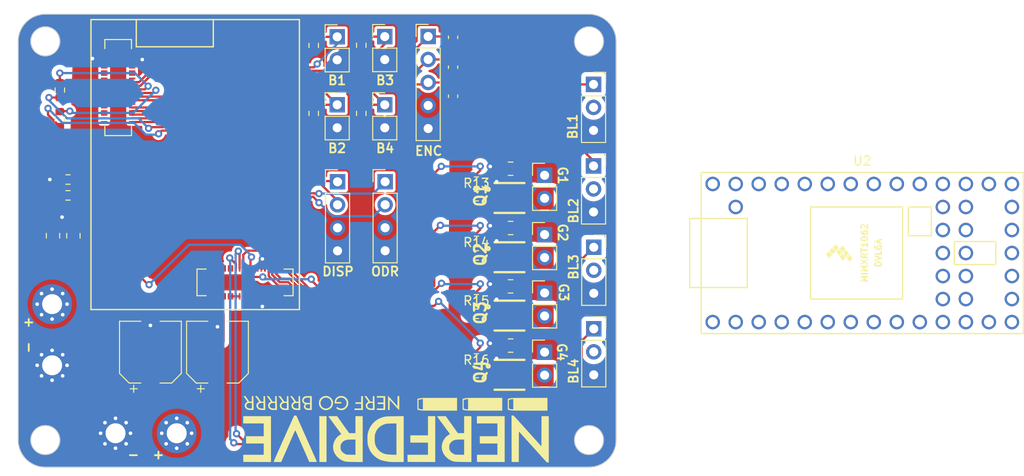
<source format=kicad_pcb>
(kicad_pcb (version 20221018) (generator pcbnew)
  (layers (0 "F.Cu" signal) (31 "B.Cu" signal) (34 "B.Paste" user) (35 "F.Paste" user) (36 "B.SilkS" user "B.Silkscreen") (37 "F.SilkS" user "F.Silkscreen") (38 "B.Mask" user) (39 "F.Mask" user) (44 "Edge.Cuts" user))
  (net 0 "")
  (net 1 "GND")
  (net 6 "Net-(J7-Pad2)")
  (net 7 "Net-(J8-Pad2)")
  (net 8 "Net-(J9-Pad2)")
  (net 9 "Net-(J10-Pad2)")
  (net 10 "Net-(Q1-Pad4)")
  (net 11 "Net-(Q2-Pad4)")
  (net 12 "Net-(Q3-Pad4)")
  (net 13 "Net-(Q4-Pad4)")
  (net 14 "Net-(J7-Pin_2)")
  (net 15 "Net-(J8-Pin_2)")
  (net 16 "Net-(J9-Pin_2)")
  (net 17 "Net-(J10-Pin_2)")
  (net 18 "Net-(Q1-G)")
  (net 19 "Net-(Q2-G)")
  (net 20 "Net-(Q3-G)")
  (net 21 "Net-(Q4-G)")
  (net 22 "+3.3V")
  (net 23 "/PULSE")
  (net 24 "Net-(U1-RX)")
  (net 25 "Net-(U1-TX)")
  (net 30 "/DIR")
  (net 32 "/BTN")
  (net 34 "VCC")
  (net 39 "/RX")
  (net 41 "/TX")
  (net 42 "/SDA")
  (net 43 "/SCL")
  (net 44 "/Button1")
  (net 45 "/Button2")
  (net 47 "/Button3")
  (net 49 "/Button4")
  (net 54 "/Gate1")
  (net 55 "/Gate2")
  (net 56 "/Gate3")
  (net 57 "/Gate4")
  (net 58 "/BLDC 1")
  (net 59 "/BLDC 2")
  (net 60 "/BLDC 3")
  (net 61 "/BLDC 4")
  (net 62 "/Battery_V")
  (net 63 "+5V")
  (footprint ".pretty:nerfdrive" (layer "F.Cu") (at 212.968228 105.969997 180)
    (fp_text reference "G***" hide)
    (fp_text value "LOGO" hide)
  )
  (footprint "Resistor_SMD:R_0603_1608Metric" (layer "F.Cu") (at 175.6 71.575 90)
    (fp_text reference "R12" hide)
    (fp_text value "100")
  )
  (footprint "Connector_PinHeader_2.54mm:PinHeader_1x02_P2.54mm_Vertical" (layer "F.Cu") (at 211.46 70)
    (fp_text reference "J19" hide)
    (fp_text value "Conn_01x02")
  )
  (footprint "Capacitor_SMD:C_0805_2012Metric" (layer "F.Cu") (at 225.35 96.575 180)
    (fp_text reference "C8" hide)
    (fp_text value "10uF")
  )
  (footprint "Capacitor_SMD:C_0805_2012Metric" (layer "F.Cu") (at 225.35 77.06 180)
    (fp_text reference "C5" hide)
    (fp_text value "10uF")
  )
  (footprint "MUB:MUB_v1" (layer "F.Cu") (at 179.04 60.6 -90)
    (fp_text reference "U1" hide)
    (fp_text value "MUBv1")
  )
  (footprint "Resistor_SMD:R_0603_1608Metric" (layer "F.Cu") (at 221.575 85.025 180)
    (fp_text reference "R2" hide)
    (fp_text value "100")
  )
  (footprint "MountingHole:MountingHole_2.2mm_M2_Pad_Via" (layer "F.Cu") (at 174.75 98.75)
    (fp_text reference "J6" hide)
    (fp_text value "Conn_01x01")
  )
  (footprint "Connector_PinHeader_2.54mm:PinHeader_1x02_P2.54mm_Vertical" (layer "F.Cu") (at 229.1 97.3)
    (fp_text reference "J10" hide)
    (fp_text value "Conn_01x02")
  )
  (footprint "Capacitor_SMD:C_0603_1608Metric" (layer "F.Cu") (at 219 65.855 90)
    (fp_text reference "C10" hide)
    (fp_text value "0.1uF")
  )
  (footprint "SamacSys_Parts:POWERDI-3333-8" (layer "F.Cu") (at 225.225 80.285 -90)
    (fp_text reference "Q1")
    (fp_text value "DMG7430LFG-7" hide)
  )
  (footprint "Resistor_SMD:R_0603_1608Metric" (layer "F.Cu") (at 203.62 63.455 90)
    (fp_text reference "R7" hide)
    (fp_text value "10k")
  )
  (footprint "Resistor_SMD:R_0603_1608Metric" (layer "F.Cu") (at 221.575 98 180)
    (fp_text reference "R4" hide)
    (fp_text value "100")
  )
  (footprint "Resistor_SMD:R_0603_1608Metric" (layer "F.Cu") (at 221.575 91.465 180)
    (fp_text reference "R3" hide)
    (fp_text value "100")
  )
  (footprint "Capacitor_SMD:C_0805_2012Metric" (layer "F.Cu") (at 174.85 84.45 90)
    (fp_text reference "C4" hide)
    (fp_text value "10uF")
  )
  (footprint "Connector_PinHeader_2.54mm:PinHeader_1x02_P2.54mm_Vertical" (layer "F.Cu") (at 229.1 90.765)
    (fp_text reference "J9" hide)
    (fp_text value "Conn_01x02")
  )
  (footprint "Connector_PinHeader_2.54mm:PinHeader_1x02_P2.54mm_Vertical" (layer "F.Cu") (at 206.21 62.5)
    (fp_text reference "J16" hide)
    (fp_text value "Conn_01x02")
  )
  (footprint "MountingHole:MountingHole_2.2mm_M2_Pad_Via" (layer "F.Cu") (at 181.75 106.25)
    (fp_text reference "J12" hide)
    (fp_text value "Conn_01x01")
  )
  (footprint "Resistor_SMD:R_0603_1608Metric" (layer "F.Cu") (at 203.62 70.955 90)
    (fp_text reference "R8" hide)
    (fp_text value "10k")
  )
  (footprint "Connector_PinHeader_2.54mm:PinHeader_1x04_P2.54mm_Vertical" (layer "F.Cu") (at 211.5 78.49)
    (fp_text reference "J13" hide)
    (fp_text value "Conn_01x04")
  )
  (footprint "SamacSys_Parts:POWERDI-3333-8" (layer "F.Cu") (at 225.225 93.265 -90)
    (fp_text reference "Q3")
    (fp_text value "DMG7430LFG-7" hide)
  )
  (footprint "Resistor_SMD:R_0603_1608Metric" (layer "F.Cu") (at 208.87 63.43 90)
    (fp_text reference "R9" hide)
    (fp_text value "10k")
  )
  (footprint "Resistor_SMD:R_0603_1608Metric" (layer "F.Cu") (at 176.5 78.25 180)
    (fp_text reference "R6" hide)
    (fp_text value "10k")
  )
  (footprint "Resistor_SMD:R_0603_1608Metric" (layer "F.Cu") (at 221.575 80.085)
    (fp_text reference "R13")
    (fp_text value "2.2k")
  )
  (footprint "Resistor_SMD:R_0603_1608Metric" (layer "F.Cu") (at 221.575 93.065)
    (fp_text reference "R15")
    (fp_text value "2.2k")
  )
  (footprint "Connector_PinHeader_2.54mm:PinHeader_1x02_P2.54mm_Vertical" (layer "F.Cu") (at 229.1 77.785)
    (fp_text reference "J7" hide)
    (fp_text value "Conn_01x02")
  )
  (footprint "Connector_PinHeader_2.54mm:PinHeader_1x02_P2.54mm_Vertical" (layer "F.Cu") (at 211.46 62.475)
    (fp_text reference "J18" hide)
    (fp_text value "Conn_01x02")
  )
  (footprint "Resistor_SMD:R_0603_1608Metric" (layer "F.Cu") (at 221.575 86.625)
    (fp_text reference "R14")
    (fp_text value "2.2k")
  )
  (footprint "Capacitor_SMD:C_0603_1608Metric" (layer "F.Cu") (at 219 69.055 90)
    (fp_text reference "C11" hide)
    (fp_text value "0.1uF")
  )
  (footprint "Capacitor_SMD:C_0805_2012Metric" (layer "F.Cu") (at 225.35 83.6 180)
    (fp_text reference "C6" hide)
    (fp_text value "10uF")
  )
  (footprint "SamacSys_Parts:POWERDI-3333-8" (layer "F.Cu") (at 225.225 99.8 -90)
    (fp_text reference "Q4")
    (fp_text value "DMG7430LFG-7" hide)
  )
  (footprint "Resistor_SMD:R_0603_1608Metric" (layer "F.Cu") (at 221.575 78.485 180)
    (fp_text reference "R1" hide)
    (fp_text value "100")
  )
  (footprint "Connector_PinHeader_2.54mm:PinHeader_1x02_P2.54mm_Vertical" (layer "F.Cu") (at 229.1 84.325)
    (fp_text reference "J8" hide)
    (fp_text value "Conn_01x02")
  )
  (footprint "Connector_PinSocket_2.54mm:PinSocket_1x03_P2.54mm_Vertical" (layer "F.Cu") (at 234.525 85.725)
    (fp_text reference "J3" hide)
    (fp_text value "Conn_01x03")
  )
  (footprint "Resistor_SMD:R_0603_1608Metric" (layer "F.Cu") (at 176.5 80)
    (fp_text reference "R5" hide)
    (fp_text value "90k")
  )
  (footprint "MountingHole:MountingHole_2.2mm_M2_Pad_Via" (layer "F.Cu") (at 188.5 106.25)
    (fp_text reference "J11" hide)
    (fp_text value "Conn_01x01")
  )
  (footprint "Capacitor_SMD:C_0603_1608Metric" (layer "F.Cu") (at 219 62.555 -90)
    (fp_text reference "C9" hide)
    (fp_text value "0.1uF")
  )
  (footprint "Capacitor_SMD:CP_Elec_6.3x5.8" (layer "F.Cu") (at 185.6 97.3 90)
    (fp_text reference "C1" hide)
    (fp_text value "47uF")
  )
  (footprint "Resistor_SMD:R_0603_1608Metric" (layer "F.Cu") (at 175.6 68.375 90)
    (fp_text reference "R11" hide)
    (fp_text value "100")
  )
  (footprint "MountingHole:MountingHole_2.2mm_M2_Pad_Via" (layer "F.Cu") (at 174.75 92)
    (fp_text reference "J5" hide)
    (fp_text value "Conn_01x01")
  )
  (footprint "SamacSys_Parts:POWERDI-3333-8" (layer "F.Cu") (at 225.225 86.825 -90)
    (fp_text reference "Q2")
    (fp_text value "DMG7430LFG-7" hide)
  )
  (footprint "Capacitor_SMD:C_0805_2012Metric" (layer "F.Cu") (at 177.1 84.45 90)
    (fp_text reference "C3" hide)
    (fp_text value "10uF")
  )
  (footprint "Capacitor_SMD:C_0805_2012Metric" (layer "F.Cu") (at 225.35 90.04 180)
    (fp_text reference "C7" hide)
    (fp_text value "10uF")
  )
  (footprint "Connector_PinHeader_2.54mm:PinHeader_1x04_P2.54mm_Vertical" (layer "F.Cu") (at 206.25 78.5)
    (fp_text reference "J14" hide)
    (fp_text value "Conn_01x04")
  )
  (footprint "Connector_PinHeader_2.54mm:PinHeader_1x05_P2.54mm_Vertical" (layer "F.Cu") (at 216.25 62.46)
    (fp_text reference "J15" hide)
    (fp_text value "Conn_01x05")
  )
  (footprint "Capacitor_SMD:CP_Elec_6.3x5.8" (layer "F.Cu") (at 193 97.3 90)
    (fp_text reference "C2" hide)
    (fp_text value "47uF")
  )
  (footprint "Connector_PinHeader_2.54mm:PinHeader_1x02_P2.54mm_Vertical" (layer "F.Cu") (at 206.21 70)
    (fp_text reference "J17" hide)
    (fp_text value "Conn_01x02")
  )
  (footprint "Resistor_SMD:R_0603_1608Metric" (layer "F.Cu") (at 221.575 99.6)
    (fp_text reference "R16")
    (fp_text value "2.2k")
  )
  (footprint "Connector_PinSocket_2.54mm:PinSocket_1x03_P2.54mm_Vertical" (layer "F.Cu") (at 234.5 67.75)
    (fp_text reference "J1" hide)
    (fp_text value "Conn_01x03")
  )
  (footprint "Connector_PinSocket_2.54mm:PinSocket_1x03_P2.54mm_Vertical" (layer "F.Cu") (at 234.525 94.725)
    (fp_text reference "J4" hide)
    (fp_text value "Conn_01x03")
  )
  (footprint "Connector_PinSocket_2.54mm:PinSocket_1x03_P2.54mm_Vertical" (layer "F.Cu") (at 234.5 76.75)
    (fp_text reference "J2" hide)
    (fp_text value "Conn_01x03")
  )
  (footprint "teensy.pretty-master:Teensy40" (layer "F.Cu") (at 264.16 86.36)
    (fp_text reference "U2")
    (fp_text value "Teensy4.0")
  )
  (footprint "Resistor_SMD:R_0603_1608Metric" (layer "F.Cu") (at 208.87 70.955 90)
    (fp_text reference "R10" hide)
    (fp_text value "10k")
  )
  (gr_arc (start 234 60) (mid 236.12132 60.87868) (end 237 63) (stroke (width 0.1)) (layer "Edge.Cuts"))
  (gr_line (start 234 110) (end 174 110) (stroke (width 0.1)) (layer "Edge.Cuts"))
  (gr_line (start 171 107) (end 171 63) (stroke (width 0.1)) (layer "Edge.Cuts"))
  (gr_arc (start 237 107) (mid 236.12132 109.12132) (end 234 110) (stroke (width 0.1)) (layer "Edge.Cuts"))
  (gr_line (start 237 63) (end 237 107) (stroke (width 0.1)) (layer "Edge.Cuts"))
  (gr_arc (start 174 110) (mid 171.87868 109.12132) (end 171 107) (stroke (width 0.1)) (layer "Edge.Cuts"))
  (gr_arc (start 171 63) (mid 171.87868 60.87868) (end 174 60) (stroke (width 0.1)) (layer "Edge.Cuts"))
  (gr_line (start 174 60) (end 234 60) (stroke (width 0.1)) (layer "Edge.Cuts"))
  (gr_circle (center 234 63) (end 235.6 63) (stroke (width 0.1)) (fill none) (layer "Edge.Cuts"))
  (gr_circle (center 174 63) (end 175.6 63) (stroke (width 0.1)) (fill none) (layer "Edge.Cuts"))
  (gr_circle (center 234 107) (end 235.6 107) (stroke (width 0.1)) (fill none) (layer "Edge.Cuts"))
  (gr_circle (center 174 107) (end 175.6 107) (stroke (width 0.1)) (fill none) (layer "Edge.Cuts"))
  (gr_text "B1" (at 206.2 67.3) (layer "F.SilkS") (effects (font (size 1 1) (thickness 0.2))))
  (gr_text "B3" (at 211.5 67.3) (layer "F.SilkS") (effects (font (size 1 1) (thickness 0.2))))
  (gr_text "ODR" (at 211.5 88.4) (layer "F.SilkS") (effects (font (size 1 1) (thickness 0.2))))
  (gr_text "-  +" (at 185.1 108.6) (layer "F.SilkS") (effects (font (size 1 1) (thickness 0.2))))
  (gr_text "BL2" (at 232.3 81.7 90) (layer "F.SilkS") (effects (font (size 1 1) (thickness 0.2))))
  (gr_text "-  +" (at 172.1 95.4 90) (layer "F.SilkS") (effects (font (size 1 1) (thickness 0.2))))
  (gr_text "BL3" (at 232.3 87.9 90) (layer "F.SilkS") (effects (font (size 1 1) (thickness 0.2))))
  (gr_text "BL1" (at 232.2 72.4 90) (layer "F.SilkS") (effects (font (size 1 1) (thickness 0.2))))
  (gr_text "BL4" (at 232.3 99.4 90) (layer "F.SilkS") (effects (font (size 1 1) (thickness 0.2))))
  (gr_text "G1" (at 231.1 77.8 270) (layer "F.SilkS") (effects (font (size 1 1) (thickness 0.2))))
  (gr_text "B4" (at 211.5 74.8) (layer "F.SilkS") (effects (font (size 1 1) (thickness 0.2))))
  (gr_text "DISP" (at 206.3 88.4) (layer "F.SilkS") (effects (font (size 1 1) (thickness 0.2))))
  (gr_text "G3\n" (at 231.2 90.7 270) (layer "F.SilkS") (effects (font (size 1 1) (thickness 0.2))))
  (gr_text "G4" (at 231 97.3 270) (layer "F.SilkS") (effects (font (size 1 1) (thickness 0.2))))
  (gr_text "B2" (at 206.2 74.8) (layer "F.SilkS") (effects (font (size 1 1) (thickness 0.2))))
  (gr_text "G2" (at 231.1 84.1 270) (layer "F.SilkS") (effects (font (size 1 1) (thickness 0.2))))
  (gr_text "ENC" (at 216.3 75.1) (layer "F.SilkS") (effects (font (size 1 1) (thickness 0.2))))
  (segment (start 223.35 83.6) (end 223.1 83.35) (width 0.25) (layer "F.Cu") (net 1))
  (segment (start 183.58 65.1) (end 184.615 65.1) (width 0.25) (layer "F.Cu") (net 1))
  (segment (start 223.725 85.1) (end 223.8 85.025) (width 0.25) (layer "F.Cu") (net 1))
  (segment (start 223.35 96.575) (end 223.1 96.325) (width 0.25) (layer "F.Cu") (net 1))
  (segment (start 177.1 83.5) (end 176 83.5) (width 0.25) (layer "F.Cu") (net 1))
  (segment (start 223.35 90.04) (end 223.1 89.79) (width 0.25) (layer "F.Cu") (net 1))
  (segment (start 224.4 90.04) (end 223.35 90.04) (width 0.25) (layer "F.Cu") (net 1))
  (segment (start 223.6 99.6) (end 223.725 99.475) (width 0.25) (layer "F.Cu") (net 1))
  (segment (start 222.4 80.085) (end 223.6 80.085) (width 0.25) (layer "F.Cu") (net 1))
  (segment (start 223.725 78.56) (end 223.8 78.485) (width 0.25) (layer "F.Cu") (net 1))
  (segment (start 224.4 96.575) (end 223.35 96.575) (width 0.25) (layer "F.Cu") (net 1))
  (segment (start 223.6 86.625) (end 223.725 86.5) (width 0.25) (layer "F.Cu") (net 1))
  (segment (start 223.725 92.29) (end 223.725 93.59) (width 0.25) (layer "F.Cu") (net 1))
  (segment (start 198 88.06) (end 198.24 88.06) (width 0.25) (layer "F.Cu") (net 1))
  (segment (start 223.725 85.85) (end 223.725 85.1) (width 0.25) (layer "F.Cu") (net 1))
  (segment (start 176 83.5) (end 175.85 83.35) (width 0.25) (layer "F.Cu") (net 1))
  (segment (start 180.5 65.31) (end 180.5 65.5) (width 0.25) (layer "F.Cu") (net 1))
  (segment (start 224.4 77.06) (end 223.35 77.06) (width 0.25) (layer "F.Cu") (net 1))
  (segment (start 179.2 64.9) (end 179.61 65.31) (width 0.25) (layer "F.Cu") (net 1))
  (segment (start 223.725 91.54) (end 223.8 91.465) (width 0.25) (layer "F.Cu") (net 1))
  (segment (start 179.61 65.31) (end 180.5 65.31) (width 0.25) (layer "F.Cu") (net 1))
  (segment (start 223.725 98.825) (end 223.725 100.125) (width 0.25) (layer "F.Cu") (net 1))
  (segment (start 198.075 91.14) (end 197.9525 91.2625) (width 0.25) (layer "F.Cu") (net 1))
  (segment (start 197.9525 91.2625) (end 197.9525 92.2625) (width 0.25) (layer "F.Cu") (net 1))
  (segment (start 184.615 65.1) (end 184.7025 65.0125) (width 0.25) (layer "F.Cu") (net 1))
  (segment (start 223.725 98.825) (end 223.725 98.075) (width 0.25) (layer "F.Cu") (net 1))
  (segment (start 180.5 65.1) (end 180.5 65.31) (width 0.25) (layer "F.Cu") (net 1))
  (segment (start 223.725 85.85) (end 223.725 87.15) (width 0.25) (layer "F.Cu") (net 1))
  (segment (start 222.4 99.6) (end 223.6 99.6) (width 0.25) (layer "F.Cu") (net 1))
  (segment (start 223.725 79.31) (end 223.725 78.56) (width 0.25) (layer "F.Cu") (net 1))
  (segment (start 223.35 77.06) (end 223.1 76.81) (width 0.25) (layer "F.Cu") (net 1))
  (segment (start 197.84 88.06) (end 198 88.06) (width 0.25) (layer "F.Cu") (net 1))
  (segment (start 223.725 98.075) (end 223.8 98) (width 0.25) (layer "F.Cu") (net 1))
  (segment (start 223.725 92.29) (end 223.725 91.54) (width 0.25) (layer "F.Cu") (net 1))
  (segment (start 223.6 93.065) (end 223.725 92.94) (width 0.25) (layer "F.Cu") (net 1))
  (segment (start 223.725 79.31) (end 223.725 80.61) (width 0.25) (layer "F.Cu") (net 1))
  (segment (start 175.85 83.35) (end 175.85 82.4) (width 0.25) (layer "F.Cu") (net 1))
  (segment (start 222.4 93.065) (end 223.6 93.065) (width 0.25) (layer "F.Cu") (net 1))
  (segment (start 175.675 78.25) (end 174.5 78.25) (width 0.25) (layer "F.Cu") (net 1))
  (segment (start 198 88.06) (end 197.9525 88.0125) (width 0.25) (layer "F.Cu") (net 1))
  (segment (start 197.84 91.14) (end 198.075 91.14) (width 0.25) (layer "F.Cu") (net 1))
  (segment (start 176 83.5) (end 174.85 83.5) (width 0.25) (layer "F.Cu") (net 1))
  (segment (start 197.9525 88.0125) (end 197.9525 87.0125) (width 0.25) (layer "F.Cu") (net 1))
  (segment (start 224.4 83.6) (end 223.35 83.6) (width 0.25) (layer "F.Cu") (net 1))
  (segment (start 222.4 86.625) (end 223.6 86.625) (width 0.25) (layer "F.Cu") (net 1))
  (segment (start 198.075 91.14) (end 198.24 91.14) (width 0.25) (layer "F.Cu") (net 1))
  (segment (start 223.6 80.085) (end 223.725 79.96) (width 0.25) (layer "F.Cu") (net 1))
  (via (at 193 94.5) (size 0.8) (drill 0.4) (layers "F.Cu" "B.Cu") (net 1))
  (via (at 179.2 64.9) (size 0.8) (drill 0.4) (layers "F.Cu" "B.Cu") (net 1))
  (via (at 223.8 98) (size 0.8) (drill 0.4) (layers "F.Cu" "B.Cu") (net 1))
  (via (at 184.7025 65.0125) (size 0.8) (drill 0.4) (layers "F.Cu" "B.Cu") (net 1))
  (via (at 223.8 85.025) (size 0.8) (drill 0.4) (layers "F.Cu" "B.Cu") (net 1))
  (via (at 175.85 82.4) (size 0.8) (drill 0.4) (layers "F.Cu" "B.Cu") (net 1))
  (via (at 223.1 76.81) (size 0.8) (drill 0.4) (layers "F.Cu" "B.Cu") (net 1))
  (via (at 223.1 89.79) (size 0.8) (drill 0.4) (layers "F.Cu" "B.Cu") (net 1))
  (via (at 223.1 83.35) (size 0.8) (drill 0.4) (layers "F.Cu" "B.Cu") (net 1))
  (via (at 197.9525 87.0125) (size 0.8) (drill 0.4) (layers "F.Cu" "B.Cu") (net 1))
  (via (at 223.1 96.325) (size 0.8) (drill 0.4) (layers "F.Cu" "B.Cu") (net 1))
  (via (at 223.8 91.465) (size 0.8) (drill 0.4) (layers "F.Cu" "B.Cu") (net 1))
  (via (at 223.8 78.485) (size 0.8) (drill 0.4) (layers "F.Cu" "B.Cu") (net 1))
  (via (at 197.9525 92.2625) (size 0.8) (drill 0.4) (layers "F.Cu" "B.Cu") (net 1))
  (via (at 174.5 78.25) (size 0.8) (drill 0.4) (layers "F.Cu" "B.Cu") (net 1))
  (via (at 185.6 94.35) (size 0.8) (drill 0.4) (layers "F.Cu" "B.Cu") (net 1))
  (segment (start 228.525 80.635) (end 226.725 80.635) (width 0.25) (layer "F.Cu") (net 6))
  (segment (start 226.725 79.31) (end 226.725 80.635) (width 0.5) (layer "F.Cu") (net 6))
  (segment (start 229.1 80.325) (end 228.835 80.325) (width 0.25) (layer "F.Cu") (net 6))
  (segment (start 228.835 80.325) (end 228.525 80.635) (width 0.25) (layer "F.Cu") (net 6))
  (segment (start 226.725 81.285) (end 226.725 80.635) (width 0.5) (layer "F.Cu") (net 6))
  (segment (start 228.835 86.865) (end 228.525 87.175) (width 0.25) (layer "F.Cu") (net 7))
  (segment (start 226.725 85.85) (end 226.725 87.175) (width 0.5) (layer "F.Cu") (net 7))
  (segment (start 229.1 86.865) (end 228.835 86.865) (width 0.25) (layer "F.Cu") (net 7))
  (segment (start 228.525 87.175) (end 226.725 87.175) (width 0.25) (layer "F.Cu") (net 7))
  (segment (start 226.725 87.825) (end 226.725 87.175) (width 0.5) (layer "F.Cu") (net 7))
  (segment (start 226.725 94.265) (end 226.725 93.615) (width 0.5) (layer "F.Cu") (net 8))
  (segment (start 228.835 93.305) (end 228.525 93.615) (width 0.25) (layer "F.Cu") (net 8))
  (segment (start 228.525 93.615) (end 226.725 93.615) (width 0.25) (layer "F.Cu") (net 8))
  (segment (start 226.725 92.29) (end 226.725 93.615) (width 0.5) (layer "F.Cu") (net 8))
  (segment (start 229.1 93.305) (end 228.835 93.305) (width 0.25) (layer "F.Cu") (net 8))
  (segment (start 228.525 100.15) (end 226.725 100.15) (width 0.25) (layer "F.Cu") (net 9))
  (segment (start 229.1 99.84) (end 228.835 99.84) (width 0.25) (layer "F.Cu") (net 9))
  (segment (start 228.835 99.84) (end 228.525 100.15) (width 0.25) (layer "F.Cu") (net 9))
  (segment (start 226.725 100.8) (end 226.725 100.15) (width 0.5) (layer "F.Cu") (net 9))
  (segment (start 226.725 98.825) (end 226.725 100.15) (width 0.5) (layer "F.Cu") (net 9))
  (segment (start 222.4 78.485) (end 222.35 78.485) (width 0.25) (layer "F.Cu") (net 10))
  (segment (start 220.75 80.085) (end 221.925 81.26) (width 0.25) (layer "F.Cu") (net 10))
  (segment (start 221.925 81.26) (end 223.725 81.26) (width 0.25) (layer "F.Cu") (net 10))
  (segment (start 222.35 78.485) (end 220.75 80.085) (width 0.25) (layer "F.Cu") (net 10))
  (segment (start 220.75 86.625) (end 221.925 87.8) (width 0.25) (layer "F.Cu") (net 11))
  (segment (start 221.925 87.8) (end 223.725 87.8) (width 0.25) (layer "F.Cu") (net 11))
  (segment (start 222.35 85.025) (end 220.75 86.625) (width 0.25) (layer "F.Cu") (net 11))
  (segment (start 222.4 85.025) (end 222.35 85.025) (width 0.25) (layer "F.Cu") (net 11))
  (segment (start 220.75 93.065) (end 221.925 94.24) (width 0.25) (layer "F.Cu") (net 12))
  (segment (start 221.925 94.24) (end 223.725 94.24) (width 0.25) (layer "F.Cu") (net 12))
  (segment (start 222.4 91.465) (end 222.35 91.465) (width 0.25) (layer "F.Cu") (net 12))
  (segment (start 222.35 91.465) (end 220.75 93.065) (width 0.25) (layer "F.Cu") (net 12))
  (segment (start 222.35 98) (end 220.75 99.6) (width 0.25) (layer "F.Cu") (net 13))
  (segment (start 220.75 99.6) (end 221.925 100.775) (width 0.25) (layer "F.Cu") (net 13))
  (segment (start 222.4 98) (end 222.35 98) (width 0.25) (layer "F.Cu") (net 13))
  (segment (start 221.925 100.775) (end 223.725 100.775) (width 0.25) (layer "F.Cu") (net 13))
  (segment (start 208.87 71.78) (end 208.34 71.25) (width 0.25) (layer "F.Cu") (net 22))
  (segment (start 205 63.75) (end 207.75 63.75) (width 0.25) (layer "F.Cu") (net 22))
  (segment (start 219.95 66.63) (end 220 66.58) (width 0.25) (layer "F.Cu") (net 22))
  (segment (start 204.47 64.28) (end 205 63.75) (width 0.25) (layer "F.Cu") (net 22))
  (segment (start 220 66.58) (end 220 68.83) (width 0.25) (layer "F.Cu") (net 22))
  (segment (start 207.75 63.75) (end 208.365 63.75) (width 0.25) (layer "F.Cu") (net 22))
  (segment (start 218.75 70.08) (end 219 69.83) (width 0.25) (layer "F.Cu") (net 22))
  (segment (start 207.75 63.75) (end 207.75 61.75) (width 0.25) (layer "F.Cu") (net 22))
  (segment (start 220 62.78) (end 220 66.58) (width 0.25) (layer "F.Cu") (net 22))
  (segment (start 216.25 70.08) (end 218.75 70.08) (width 0.25) (layer "F.Cu") (net 22))
  (segment (start 207.75 61.75) (end 208.75 60.75) (width 0.25) (layer "F.Cu") (net 22))
  (segment (start 208.75 60.75) (end 217.97 60.75) (width 0.25) (layer "F.Cu") (net 22))
  (segment (start 208.34 71.25) (end 204.15 71.25) (width 0.25) (layer "F.Cu") (net 22))
  (segment (start 208.365 63.75) (end 208.87 64.255) (width 0.25) (layer "F.Cu") (net 22))
  (segment (start 197.44 91.14) (end 196.24 91.14) (width 0.25) (layer "F.Cu") (net 22))
  (segment (start 204.15 71.25) (end 203.62 71.78) (width 0.25) (layer "F.Cu") (net 22))
  (segment (start 219 61.78) (end 220 62.78) (width 0.25) (layer "F.Cu") (net 22))
  (segment (start 220 68.83) (end 219 69.83) (width 0.25) (layer "F.Cu") (net 22))
  (segment (start 203.62 64.28) (end 204.47 64.28) (width 0.25) (layer "F.Cu") (net 22))
  (segment (start 219 66.63) (end 219.95 66.63) (width 0.25) (layer "F.Cu") (net 22))
  (segment (start 217.97 60.75) (end 219 61.78) (width 0.25) (layer "F.Cu") (net 22))
  (segment (start 193.112598 66.75) (end 211.96 66.75) (width 0.25) (layer "F.Cu") (net 23))
  (segment (start 190.762598 69.1) (end 193.112598 66.75) (width 0.25) (layer "F.Cu") (net 23))
  (segment (start 216.25 62.46) (end 218.13 62.46) (width 0.25) (layer "F.Cu") (net 23))
  (segment (start 218.13 62.46) (end 219 63.33) (width 0.25) (layer "F.Cu") (net 23))
  (segment (start 211.96 66.75) (end 216.25 62.46) (width 0.25) (layer "F.Cu") (net 23))
  (segment (start 183.58 69.1) (end 190.762598 69.1) (width 0.25) (layer "F.Cu") (net 23))
  (segment (start 183.58 68.3) (end 184.983178 68.3) (width 0.25) (layer "F.Cu") (net 24))
  (segment (start 184.983178 68.3) (end 185.341589 67.941589) (width 0.25) (layer "F.Cu") (net 24))
  (segment (start 175.6 66.5) (end 175.6 67.55) (width 0.25) (layer "F.Cu") (net 24))
  (via (at 175.6 66.5) (size 0.8) (drill 0.4) (layers "F.Cu" "B.Cu") (net 24))
  (via (at 185.341589 67.941589) (size 0.8) (drill 0.4) (layers "F.Cu" "B.Cu") (net 24))
  (segment (start 185.341589 67.941589) (end 183.9 66.5) (width 0.25) (layer "B.Cu") (net 24))
  (segment (start 183.9 66.5) (end 175.6 66.5) (width 0.25) (layer "B.Cu") (net 24))
  (segment (start 176.7 70.7) (end 175.65 70.7) (width 0.25) (layer "F.Cu") (net 25))
  (segment (start 183.58 68.7) (end 185.9 68.7) (width 0.25) (layer "F.Cu") (net 25))
  (segment (start 185.9 68.7) (end 186.2 68.4) (width 0.25) (layer "F.Cu") (net 25))
  (segment (start 175.65 70.7) (end 175.6 70.75) (width 0.25) (layer "F.Cu") (net 25))
  (via (at 186.2 68.4) (size 0.8) (drill 0.4) (layers "F.Cu" "B.Cu") (net 25))
  (via (at 176.7 70.7) (size 0.8) (drill 0.4) (layers "F.Cu" "B.Cu") (net 25))
  (segment (start 183.7 70.9) (end 176.9 70.9) (width 0.25) (layer "B.Cu") (net 25))
  (segment (start 186.2 68.4) (end 183.7 70.9) (width 0.25) (layer "B.Cu") (net 25))
  (segment (start 176.9 70.9) (end 176.7 70.7) (width 0.25) (layer "B.Cu") (net 25))
  (segment (start 193.15 67.25) (end 214 67.25) (width 0.25) (layer "F.Cu") (net 30))
  (segment (start 218.92 65) (end 216.25 65) (width 0.25) (layer "F.Cu") (net 30))
  (segment (start 214 67.25) (end 216.25 65) (width 0.25) (layer "F.Cu") (net 30))
  (segment (start 183.58 69.5) (end 190.9 69.5) (width 0.25) (layer "F.Cu") (net 30))
  (segment (start 219 65.08) (end 218.92 65) (width 0.25) (layer "F.Cu") (net 30))
  (segment (start 190.9 69.5) (end 193.15 67.25) (width 0.25) (layer "F.Cu") (net 30))
  (segment (start 193.187402 67.75) (end 216.04 67.75) (width 0.25) (layer "F.Cu") (net 32))
  (segment (start 216.04 67.75) (end 216.25 67.54) (width 0.25) (layer "F.Cu") (net 32))
  (segment (start 190.637402 70.3) (end 193.187402 67.75) (width 0.25) (layer "F.Cu") (net 32))
  (segment (start 218.26 67.54) (end 219 68.28) (width 0.25) (layer "F.Cu") (net 32))
  (segment (start 216.25 67.54) (end 218.26 67.54) (width 0.25) (layer "F.Cu") (net 32))
  (segment (start 183.58 70.3) (end 190.637402 70.3) (width 0.25) (layer "F.Cu") (net 32))
  (segment (start 173.5 82.175) (end 173.5 84.25) (width 0.25) (layer "F.Cu") (net 34))
  (segment (start 189.25 92.5) (end 189.25 96.25) (width 0.5) (layer "F.Cu") (net 34))
  (segment (start 193.44 91.14) (end 192.24 91.14) (width 0.25) (layer "F.Cu") (net 34))
  (segment (start 190.61 91.14) (end 189.25 92.5) (width 0.5) (layer "F.Cu") (net 34))
  (segment (start 227.025 90.765) (end 229.1 90.765) (width 1) (layer "F.Cu") (net 34))
  (segment (start 227.025 84.325) (end 229.1 84.325) (width 1) (layer "F.Cu") (net 34))
  (segment (start 226.3 90.04) (end 227.025 90.765) (width 1) (layer "F.Cu") (net 34))
  (segment (start 227.025 77.785) (end 229.1 77.785) (width 1) (layer "F.Cu") (net 34))
  (segment (start 192.24 91.14) (end 190.61 91.14) (width 0.5) (layer "F.Cu") (net 34))
  (segment (start 173.5 84.25) (end 174.65 85.4) (width 0.25) (layer "F.Cu") (net 34))
  (segment (start 226.3 77.06) (end 227.025 77.785) (width 1) (layer "F.Cu") (net 34))
  (segment (start 189.25 96.25) (end 193 100) (width 0.5) (layer "F.Cu") (net 34))
  (segment (start 175.675 80) (end 173.5 82.175) (width 0.25) (layer "F.Cu") (net 34))
  (segment (start 174.75 85.5) (end 174.75 90.25) (width 0.25) (layer "F.Cu") (net 34))
  (segment (start 226.3 83.6) (end 227.025 84.325) (width 1) (layer "F.Cu") (net 34))
  (segment (start 174.85 85.4) (end 174.75 85.5) (width 0.25) (layer "F.Cu") (net 34))
  (segment (start 226.3 96.575) (end 227.025 97.3) (width 1) (layer "F.Cu") (net 34))
  (segment (start 174.65 85.4) (end 174.85 85.4) (width 0.25) (layer "F.Cu") (net 34))
  (segment (start 227.025 97.3) (end 229.1 97.3) (width 1) (layer "F.Cu") (net 34))
  (segment (start 189.407401 72.47) (end 196.707401 79.77) (width 0.25) (layer "F.Cu") (net 39))
  (segment (start 175.6 69.2) (end 174.4 69.2) (width 0.25) (layer "F.Cu") (net 39))
  (segment (start 203.737401 79.8) (end 204.2 79.8) (width 0.25) (layer "F.Cu") (net 39))
  (segment (start 185.4 72.6) (end 185.53 72.47) (width 0.25) (layer "F.Cu") (net 39))
  (segment (start 196.707401 79.77) (end 203.707401 79.77) (width 0.25) (layer "F.Cu") (net 39))
  (segment (start 185.53 72.47) (end 189.407401 72.47) (width 0.25) (layer "F.Cu") (net 39))
  (segment (start 203.707401 79.77) (end 203.737401 79.8) (width 0.25) (layer "F.Cu") (net 39))
  (via (at 204.2 79.8) (size 0.8) (drill 0.4) (layers "F.Cu" "B.Cu") (net 39))
  (via (at 185.4 72.6) (size 0.8) (drill 0.4) (layers "F.Cu" "B.Cu") (net 39))
  (via (at 174.4 69.2) (size 0.8) (drill 0.4) (layers "F.Cu" "B.Cu") (net 39))
  (segment (start 185.4 72.6) (end 184.3 71.5) (width 0.25) (layer "B.Cu") (net 39))
  (segment (start 210.19 79.8) (end 204.2 79.8) (width 0.25) (layer "B.Cu") (net 39))
  (segment (start 174.4 69.5) (end 174.4 69.2) (width 0.25) (layer "B.Cu") (net 39))
  (segment (start 184.3 71.5) (end 176.4 71.5) (width 0.25) (layer "B.Cu") (net 39))
  (segment (start 176.4 71.5) (end 174.4 69.5) (width 0.25) (layer "B.Cu") (net 39))
  (segment (start 211.5 78.49) (end 210.19 79.8) (width 0.25) (layer "B.Cu") (net 39))
  (segment (start 175.6 72.4) (end 174.3 71.1) (width 0.25) (layer "F.Cu") (net 41))
  (segment (start 203.55 80.15) (end 204.2 80.8) (width 0.25) (layer "F.Cu") (net 41))
  (segment (start 196.55 80.15) (end 203.55 80.15) (width 0.25) (layer "F.Cu") (net 41))
  (segment (start 189.25 72.85) (end 196.55 80.15) (width 0.25) (layer "F.Cu") (net 41))
  (segment (start 174.3 71.1) (end 174.3 70.4) (width 0.25) (layer "F.Cu") (net 41))
  (segment (start 186.5 73.2) (end 186.85 72.85) (width 0.25) (layer "F.Cu") (net 41))
  (segment (start 186.85 72.85) (end 189.25 72.85) (width 0.25) (layer "F.Cu") (net 41))
  (via (at 186.5 73.2) (size 0.8) (drill 0.4) (layers "F.Cu" "B.Cu") (net 41))
  (via (at 204.2 80.8) (size 0.8) (drill 0.4) (layers "F.Cu" "B.Cu") (net 41))
  (via (at 174.3 70.4) (size 0.8) (drill 0.4) (layers "F.Cu" "B.Cu") (net 41))
  (segment (start 183.8 72) (end 185.1 73.3) (width 0.25) (layer "B.Cu") (net 41))
  (segment (start 185.1 73.3) (end 186.4 73.3) (width 0.25) (layer "B.Cu") (net 41))
  (segment (start 211.5 81.03) (end 210.23 82.3) (width 0.25) (layer "B.Cu") (net 41))
  (segment (start 186.4 73.3) (end 186.5 73.2) (width 0.25) (layer "B.Cu") (net 41))
  (segment (start 175.9 72) (end 183.8 72) (width 0.25) (layer "B.Cu") (net 41))
  (segment (start 205.8 82.3) (end 205.7 82.3) (width 0.25) (layer "B.Cu") (net 41))
  (segment (start 174.3 70.4) (end 175.9 72) (width 0.25) (layer "B.Cu") (net 41))
  (segment (start 210.23 82.3) (end 205.8 82.3) (width 0.25) (layer "B.Cu") (net 41))
  (segment (start 205.7 82.3) (end 204.2 80.8) (width 0.25) (layer "B.Cu") (net 41))
  (segment (start 196.912428 78.42) (end 189.992428 71.5) (width 0.25) (layer "F.Cu") (net 42))
  (segment (start 206.17 78.42) (end 196.912428 78.42) (width 0.25) (layer "F.Cu") (net 42))
  (segment (start 206.25 78.5) (end 206.17 78.42) (width 0.25) (layer "F.Cu") (net 42))
  (segment (start 189.992428 71.5) (end 183.58 71.5) (width 0.25) (layer "F.Cu") (net 42))
  (segment (start 206.25 81.04) (end 206.25 80.6) (width 0.25) (layer "F.Cu") (net 43))
  (segment (start 204.45 78.8) (end 196.755026 78.8) (width 0.25) (layer "F.Cu") (net 43))
  (segment (start 206.25 80.6) (end 204.45 78.8) (width 0.25) (layer "F.Cu") (net 43))
  (segment (start 196.755026 78.8) (end 189.855026 71.9) (width 0.25) (layer "F.Cu") (net 43))
  (segment (start 189.855026 71.9) (end 183.58 71.9) (width 0.25) (layer "F.Cu") (net 43))
  (segment (start 184.35 67.5) (end 185.98 65.87) (width 0.25) (layer "F.Cu") (net 44))
  (segment (start 203.75 62.5) (end 206.21 62.5) (width 0.25) (layer "F.Cu") (net 44))
  (segment (start 206.21 62.5) (end 206.21 63.04) (width 0.25) (layer "F.Cu") (net 44))
  (segment (start 203.63 65.87) (end 204 65.5) (width 0.25) (layer "F.Cu") (net 44))
  (segment (start 203.62 62.63) (end 203.75 62.5) (width 0.25) (layer "F.Cu") (net 44))
  (segment (start 185.98 65.87) (end 203.63 65.87) (width 0.25) (layer "F.Cu") (net 44))
  (segment (start 183.58 67.5) (end 184.35 67.5) (width 0.25) (layer "F.Cu") (net 44))
  (via (at 204 65.5) (size 0.8) (drill 0.4) (layers "F.Cu" "B.Cu") (net 44))
  (segment (start 206.21 63.29) (end 204 65.5) (width 0.25) (layer "B.Cu") (net 44))
  (segment (start 206.21 62.5) (end 206.21 63.29) (width 0.25) (layer "B.Cu") (net 44))
  (segment (start 203.62 70.13) (end 203.75 70) (width 0.25) (layer "F.Cu") (net 45))
  (segment (start 183.6 71.08) (end 190.932205 71.08) (width 0.25) (layer "F.Cu") (net 45))
  (segment (start 193.262206 68.75) (end 204.96 68.75) (width 0.25) (layer "F.Cu") (net 45))
  (segment (start 183.58 71.1) (end 183.6 71.08) (width 0.25) (layer "F.Cu") (net 45))
  (segment (start 203.75 70) (end 206.21 70) (width 0.25) (layer "F.Cu") (net 45))
  (segment (start 190.932205 71.08) (end 193.262206 68.75) (width 0.25) (layer "F.Cu") (net 45))
  (segment (start 204.96 68.75) (end 206.21 70) (width 0.25) (layer "F.Cu") (net 45))
  (segment (start 211.46 63.29) (end 208.5 66.25) (width 0.25) (layer "F.Cu") (net 47))
  (segment (start 186.15 66.25) (end 184.5 67.9) (width 0.25) (layer "F.Cu") (net 47))
  (segment (start 208.87 62.605) (end 209 62.475) (width 0.25) (layer "F.Cu") (net 47))
  (segment (start 209 62.475) (end 211.46 62.475) (width 0.25) (layer "F.Cu") (net 47))
  (segment (start 208.5 66.25) (end 186.15 66.25) (width 0.25) (layer "F.Cu") (net 47))
  (segment (start 184.5 67.9) (end 183.58 67.9) (width 0.25) (layer "F.Cu") (net 47))
  (segment (start 211.46 62.475) (end 211.46 63.29) (width 0.25) (layer "F.Cu") (net 47))
  (segment (start 208.87 70.13) (end 209 70) (width 0.25) (layer "F.Cu") (net 49))
  (segment (start 183.58 70.7) (end 190.774804 70.7) (width 0.25) (layer "F.Cu") (net 49))
  (segment (start 209 70) (end 211.46 70) (width 0.25) (layer "F.Cu") (net 49))
  (segment (start 190.774804 70.7) (end 193.224804 68.25) (width 0.25) (layer "F.Cu") (net 49))
  (segment (start 209.71 68.25) (end 211.46 70) (width 0.25) (layer "F.Cu") (net 49))
  (segment (start 193.224804 68.25) (end 209.71 68.25) (width 0.25) (layer "F.Cu") (net 49))
  (segment (start 216.537676 89.762324) (end 215.32 90.98) (width 0.25) (layer "F.Cu") (net 54))
  (segment (start 200.372598 88.06) (end 199.84 88.06) (width 0.25) (layer "F.Cu") (net 54))
  (segment (start 215.32 90.98) (end 203.292598 90.98) (width 0.25) (layer "F.Cu") (net 54))
  (segment (start 217.7 76.8) (end 216.537676 77.962324) (width 0.25) (layer "F.Cu") (net 54))
  (segment (start 222 76.785) (end 222 77.235) (width 0.25) (layer "F.Cu") (net 54))
  (segment (start 203.292598 90.98) (end 200.372598 88.06) (width 0.25) (layer "F.Cu") (net 54))
  (segment (start 222 77.235) (end 220.75 78.485) (width 0.25) (layer "F.Cu") (net 54))
  (segment (start 216.537676 77.962324) (end 216.537676 89.762324) (width 0.25) (layer "F.Cu") (net 54))
  (via (at 217.7 76.8) (size 0.8) (drill 0.4) (layers "F.Cu" "B.Cu") (net 54))
  (via (at 222 76.785) (size 0.8) (drill 0.4) (layers "F.Cu" "B.Cu") (net 54))
  (segment (start 222 76.785) (end 222 76.71) (width 0.25) (layer "B.Cu") (net 54))
  (segment (start 221.980033 76.8) (end 217.7 76.8) (width 0.25) (layer "B.Cu") (net 54))
  (segment (start 216.917676 83.982324) (end 216.917676 89.982324) (width 0.25) (layer "F.Cu") (net 55))
  (segment (start 216.917676 89.982324) (end 215.54 91.36) (width 0.25) (layer "F.Cu") (net 55))
  (segment (start 222 83.775) (end 220.75 85.025) (width 0.25) (layer "F.Cu") (net 55))
  (segment (start 199.44 88.62) (end 199.44 88.06) (width 0.25) (layer "F.Cu") (net 55))
  (segment (start 222 83.325) (end 222 83.775) (width 0.25) (layer "F.Cu") (net 55))
  (segment (start 200.975196 89.2) (end 200.02 89.2) (width 0.25) (layer "F.Cu") (net 55))
  (segment (start 217.6 83.3) (end 216.917676 83.982324) (width 0.25) (layer "F.Cu") (net 55))
  (segment (start 203.135196 91.36) (end 200.975196 89.2) (width 0.25) (layer "F.Cu") (net 55))
  (segment (start 200.02 89.2) (end 199.44 88.62) (width 0.25) (layer "F.Cu") (net 55))
  (segment (start 215.54 91.36) (end 203.135196 91.36) (width 0.25) (layer "F.Cu") (net 55))
  (via (at 222 83.325) (size 0.8) (drill 0.4) (layers "F.Cu" "B.Cu") (net 55))
  (via (at 217.6 83.3) (size 0.8) (drill 0.4) (layers "F.Cu" "B.Cu") (net 55))
  (segment (start 222 83.325) (end 222 83.25) (width 0.25) (layer "B.Cu") (net 55))
  (segment (start 217.6 83.3) (end 217.65 83.35) (width 0.25) (layer "B.Cu") (net 55))
  (segment (start 217.65 83.35) (end 221.9 83.35) (width 0.25) (layer "B.Cu") (net 55))
  (segment (start 200.817794 89.58) (end 199.862598 89.58) (width 0.25) (layer "F.Cu") (net 56))
  (segment (start 215.697401 91.74) (end 202.977795 91.74) (width 0.25) (layer "F.Cu") (net 56))
  (segment (start 222 89.765) (end 222 90.215) (width 0.25) (layer "F.Cu") (net 56))
  (segment (start 199.862598 89.58) (end 199.04 88.757402) (width 0.25) (layer "F.Cu") (net 56))
  (segment (start 217.7245 89.712901) (end 215.697401 91.74) (width 0.25) (layer "F.Cu") (net 56))
  (segment (start 202.977795 91.74) (end 200.817794 89.58) (width 0.25) (layer "F.Cu") (net 56))
  (segment (start 199.04 88.757402) (end 199.04 88.06) (width 0.25) (layer "F.Cu") (net 56))
  (segment (start 217.7245 89.7) (end 217.7245 89.712901) (width 0.25) (layer "F.Cu") (net 56))
  (segment (start 222 90.215) (end 220.75 91.465) (width 0.25) (layer "F.Cu") (net 56))
  (via (at 222 89.765) (size 0.8) (drill 0.4) (layers "F.Cu" "B.Cu") (net 56))
  (via (at 217.7245 89.7) (size 0.8) (drill 0.4) (layers "F.Cu" "B.Cu") (net 56))
  (segment (start 217.9 89.7) (end 217.7245 89.7) (width 0.25) (layer "B.Cu") (net 56))
  (segment (start 217.99 89.79) (end 217.9 89.7) (width 0.25) (layer "B.Cu") (net 56))
  (segment (start 222 89.765) (end 222 89.69) (width 0.25) (layer "B.Cu") (net 56))
  (segment (start 221.89 89.79) (end 217.99 89.79) (width 0.25) (layer "B.Cu") (net 56))
  (segment (start 222 96.75) (end 220.75 98) (width 0.25) (layer "F.Cu") (net 57))
  (segment (start 202.900393 92.2) (end 216.9 92.2) (width 0.25) (layer "F.Cu") (net 57))
  (segment (start 222 96.3) (end 222 96.75) (width 0.25) (layer "F.Cu") (net 57))
  (segment (start 216.9 92.2) (end 217.4 91.7) (width 0.25) (layer "F.Cu") (net 57))
  (segment (start 198.66 88.08) (end 198.66 88.914804) (width 0.25) (layer "F.Cu") (net 57))
  (segment (start 198.66 88.914804) (end 199.705196 89.96) (width 0.25) (layer "F.Cu") (net 57))
  (segment (start 199.705196 89.96) (end 200.660392 89.96) (width 0.25) (layer "F.Cu") (net 57))
  (segment (start 200.660392 89.96) (end 202.900393 92.2) (width 0.25) (layer "F.Cu") (net 57))
  (segment (start 198.64 88.06) (end 198.66 88.08) (width 0.25) (layer "F.Cu") (net 57))
  (via (at 217.4 91.7) (size 0.8) (drill 0.4) (layers "F.Cu" "B.Cu") (net 57))
  (via (at 222 96.3) (size 0.8) (drill 0.4) (layers "F.Cu" "B.Cu") (net 57))
  (segment (start 217.475 91.7) (end 217.4 91.7) (width 0.25) (layer "B.Cu") (net 57))
  (segment (start 222 96.3) (end 222 96.225) (width 0.25) (layer "B.Cu") (net 57))
  (segment (start 222 96.225) (end 217.475 91.7) (width 0.25) (layer "B.Cu") (net 57))
  (segment (start 215.777676 89.422324) (end 215.777676 76.122324) (width 0.25) (layer "F.Cu") (net 58))
  (segment (start 196.6 89) (end 196.25 88.65) (width 0.25) (layer "F.Cu") (net 58))
  (segment (start 196.25 88.65) (end 196.25 88.07) (width 0.25) (layer "F.Cu") (net 58))
  (segment (start 215.777676 76.122324) (end 224.15 67.75) (width 0.25) (layer "F.Cu") (net 58))
  (segment (start 203.35 89.35) (end 204.2 90.2) (width 0.25) (layer "F.Cu") (net 58))
  (segment (start 204.2 90.2) (end 215 90.2) (width 0.25) (layer "F.Cu") (net 58))
  (segment (start 198 89) (end 196.6 89) (width 0.25) (layer "F.Cu") (net 58))
  (segment (start 224.15 67.75) (end 234.5 67.75) (width 0.25) (layer "F.Cu") (net 58))
  (segment (start 215 90.2) (end 215.777676 89.422324) (width 0.25) (layer "F.Cu") (net 58))
  (segment (start 203.35 89.25) (end 203.35 89.35) (width 0.25) (layer "F.Cu") (net 58))
  (segment (start 196.25 88.07) (end 196.24 88.06) (width 0.25) (layer "F.Cu") (net 58))
  (via (at 203.35 89.25) (size 0.8) (drill 0.4) (layers "F.Cu" "B.Cu") (net 58))
  (via (at 198 89) (size 0.8) (drill 0.4) (layers "F.Cu" "B.Cu") (net 58))
  (segment (start 198.25 89.25) (end 203.35 89.25) (width 0.25) (layer "B.Cu") (net 58))
  (segment (start 198 89) (end 198.25 89.25) (width 0.25) (layer "B.Cu") (net 58))
  (segment (start 217.4 75.294974) (end 217.597487 75.097487) (width 0.25) (layer "F.Cu") (net 59))
  (segment (start 219.144974 73.55) (end 231.85 73.55) (width 0.25) (layer "F.Cu") (net 59))
  (segment (start 195.85 86.55) (end 196.3 86.1) (width 0.25) (layer "F.Cu") (net 59))
  (segment (start 216.157676 76.537298) (end 217.597487 75.097487) (width 0.25) (layer "F.Cu") (net 59))
  (segment (start 217.597487 75.097487) (end 219.144974 73.55) (width 0.25) (layer "F.Cu") (net 59))
  (segment (start 198.95 86.1) (end 203.45 90.6) (width 0.25) (layer "F.Cu") (net 59))
  (segment (start 195.84 88.06) (end 195.85 88.05) (width 0.25) (layer "F.Cu") (net 59))
  (segment (start 215.137402 90.6) (end 216.157676 89.579725) (width 0.25) (layer "F.Cu") (net 59))
  (segment (start 203.45 90.6) (end 215.137402 90.6) (width 0.25) (layer "F.Cu") (net 59))
  (segment (start 196.3 86.1) (end 198.95 86.1) (width 0.25) (layer "F.Cu") (net 59))
  (segment (start 195.85 88.05) (end 195.85 86.55) (width 0.25) (layer "F.Cu") (net 59))
  (segment (start 216.157676 89.579725) (end 216.157676 76.537298) (width 0.25) (layer "F.Cu") (net 59))
  (segment (start 231.85 73.55) (end 234.5 76.2) (width 0.25) (layer "F.Cu") (net 59))
  (segment (start 232.82 95.892599) (end 232.85 95.862599) (width 0.25) (layer "F.Cu") (net 60))
  (segment (start 195.44 88.06) (end 195.44 86.29) (width 0.25) (layer "F.Cu") (net 60))
  (segment (start 195.87 107.07) (end 227.892598 107.07) (width 0.25) (layer "F.Cu") (net 60))
  (segment (start 232.85 95.862599) (end 232.85 87.4) (width 0.25) (layer "F.Cu") (net 60))
  (segment (start 232.82 102.142598) (end 232.82 95.892599) (width 0.25) (layer "F.Cu") (net 60))
  (segment (start 195.44 86.29) (end 195.3 86.15) (width 0.25) (layer "F.Cu") (net 60))
  (segment (start 195.1 106.3) (end 195.87 107.07) (width 0.25) (layer "F.Cu") (net 60))
  (segment (start 232.85 87.4) (end 234.525 85.725) (width 0.25) (layer "F.Cu") (net 60))
  (segment (start 227.892598 107.07) (end 232.82 102.142598) (width 0.25) (layer "F.Cu") (net 60))
  (via (at 195.1 106.3) (size 0.8) (drill 0.4) (layers "F.Cu" "B.Cu") (net 60))
  (via (at 195.3 86.15) (size 0.8) (drill 0.4) (layers "F.Cu" "B.Cu") (net 60))
  (segment (start 195 86.45) (end 195.3 86.15) (width 0.25) (layer "B.Cu") (net 60))
  (segment (start 195 106.2) (end 195 86.45) (width 0.25) (layer "B.Cu") (net 60))
  (segment (start 195.1 106.3) (end 195 106.2) (width 0.25) (layer "B.Cu") (net 60))
  (segment (start 195.04 87.59) (end 194.35 86.9) (width 0.25) (layer "F.Cu") (net 61))
  (segment (start 194.95 107.45) (end 228.05 107.45) (width 0.25) (layer "F.Cu") (net 61))
  (segment (start 228.05 107.45) (end 233.2 102.3) (width 0.25) (layer "F.Cu") (net 61))
  (segment (start 194.8 107.3) (end 194.95 107.45) (width 0.25) (layer "F.Cu") (net 61))
  (segment (start 195.04 88.06) (end 195.04 87.59) (width 0.25) (layer "F.Cu") (net 61))
  (segment (start 233.2 96.05) (end 234.525 94.725) (width 0.25) (layer "F.Cu") (net 61))
  (segment (start 233.2 102.3) (end 233.2 96.05) (width 0.25) (layer "F.Cu") (net 61))
  (via (at 194.8 107.3) (size 0.8) (drill 0.4) (layers "F.Cu" "B.Cu") (net 61))
  (via (at 194.35 86.9) (size 0.8) (drill 0.4) (layers "F.Cu" "B.Cu") (net 61))
  (segment (start 194.4 86.95) (end 194.35 86.9) (width 0.25) (layer "B.Cu") (net 61))
  (segment (start 194.8 107.3) (end 194.4 106.9) (width 0.25) (layer "B.Cu") (net 61))
  (segment (start 194.4 106.9) (end 194.4 86.95) (width 0.25) (layer "B.Cu") (net 61))
  (segment (start 177.325 78.25) (end 177.325 80) (width 0.25) (layer "F.Cu") (net 62))
  (segment (start 196.64 86.91) (end 196.64 88.06) (width 0.25) (layer "F.Cu") (net 62))
  (segment (start 185.45 89.85) (end 185.35 89.85) (width 0.25) (layer "F.Cu") (net 62))
  (segment (start 177.325 81.825) (end 177.325 80) (width 0.25) (layer "F.Cu") (net 62))
  (segment (start 185.35 89.85) (end 177.325 81.825) (width 0.25) (layer "F.Cu") (net 62))
  (segment (start 196.75 86.8) (end 196.64 86.91) (width 0.25) (layer "F.Cu") (net 62))
  (via (at 196.75 86.8) (size 0.8) (drill 0.4) (layers "F.Cu" "B.Cu") (net 62))
  (via (at 185.45 89.85) (size 0.8) (drill 0.4) (layers "F.Cu" "B.Cu") (net 62))
  (segment (start 185.45 89.85) (end 189.85 85.45) (width 0.25) (layer "B.Cu") (net 62))
  (segment (start 196.75 86.67369) (end 196.75 86.8) (width 0.25) (layer "B.Cu") (net 62))
  (segment (start 189.85 85.45) (end 195.52631 85.45) (width 0.25) (layer "B.Cu") (net 62))
  (segment (start 195.52631 85.45) (end 196.75 86.67369) (width 0.25) (layer "B.Cu") (net 62))
  (segment (start 194.24 91.14) (end 195.44 91.14) (width 0.25) (layer "F.Cu") (net 63))
  (zone (net 34) (net_name "VCC") (layer "F.Cu") (connect_pads yes (clearance 0.508)) (min_thickness 0.254) (fill yes (thermal_gap 0.508) (thermal_bridge_width 0.508))
    (polygon (pts (xy 232.613918 106.694475) (xy 195.7 106.75) (xy 192.85 109.85) (xy 182.1 109.8) (xy 170.8 98.2) (xy 170.25 84.5) (xy 178.25 84.5) (xy 186.9 92.8) (xy 218.5 92.5) (xy 218.6 74.4) (xy 232.263918 74.144475)))
  )
  (zone (net 0) (net_name "") (layer "F.Cu") (connect_pads yes (clearance 0)) (min_thickness 0.254)
    (keepout (tracks not_allowed) (vias not_allowed) (pads not_allowed) (copperpour not_allowed) (footprints allowed))
    (fill (thermal_gap 0.508) (thermal_bridge_width 0.508))
    (polygon (pts (xy 237 110) (xy 231 110) (xy 231.4 104.4) (xy 237 104)))
  )
  (zone (net 0) (net_name "") (layer "F.Cu") (connect_pads yes (clearance 0)) (min_thickness 0.254)
    (keepout (tracks not_allowed) (vias not_allowed) (pads not_allowed) (copperpour not_allowed) (footprints allowed))
    (fill (thermal_gap 0.508) (thermal_bridge_width 0.508))
    (polygon (pts (xy 237 66) (xy 231 66) (xy 231 60) (xy 237 60)))
  )
  (zone (net 0) (net_name "") (layer "F.Cu") (connect_pads yes (clearance 0)) (min_thickness 0.254)
    (keepout (tracks not_allowed) (vias not_allowed) (pads not_allowed) (copperpour not_allowed) (footprints allowed))
    (fill (thermal_gap 0.508) (thermal_bridge_width 0.508))
    (polygon (pts (xy 176.8 66) (xy 171 66) (xy 171 60) (xy 176.8 60)))
  )
  (zone (net 15) (net_name "Net-(J8-Pin_2)") (layer "F.Cu") (priority 2) (connect_pads yes (clearance 0.508)) (min_thickness 0.254) (fill yes (thermal_gap 0.508) (thermal_bridge_width 0.508))
    (polygon (pts (xy 230.1 88.1) (xy 226.1 88.1) (xy 226.1 85.625) (xy 230.1 85.625)))
  )
  (zone (net 14) (net_name "Net-(J7-Pin_2)") (layer "F.Cu") (priority 2) (connect_pads yes (clearance 0.508)) (min_thickness 0.254) (fill yes (thermal_gap 0.508) (thermal_bridge_width 0.508))
    (polygon (pts (xy 230.1 81.56) (xy 226.1 81.56) (xy 226.1 79.085) (xy 230.1 79.085)))
  )
  (zone (net 22) (net_name "+3.3V") (layer "F.Cu") (priority 1) (connect_pads yes (clearance 0.3)) (min_thickness 0.254) (fill yes (thermal_gap 0.508) (thermal_bridge_width 0.508))
    (polygon (pts (xy 223.8 73.4) (xy 218.2 73.7) (xy 217.4 91) (xy 187.7 91.4) (xy 178.25 81.75) (xy 176.499132 81.577769) (xy 177.2 59.4) (xy 223.8 59.6)))
  )
  (zone (net 16) (net_name "Net-(J9-Pin_2)") (layer "F.Cu") (priority 2) (connect_pads yes (clearance 0.508)) (min_thickness 0.254) (fill yes (thermal_gap 0.508) (thermal_bridge_width 0.508))
    (polygon (pts (xy 230.1 94.54) (xy 226.1 94.54) (xy 226.1 92.065) (xy 230.1 92.065)))
  )
  (zone (net 0) (net_name "") (layer "F.Cu") (connect_pads yes (clearance 0)) (min_thickness 0.254)
    (keepout (tracks not_allowed) (vias not_allowed) (pads not_allowed) (copperpour not_allowed) (footprints allowed))
    (fill (thermal_gap 0.508) (thermal_bridge_width 0.508))
    (polygon (pts (xy 177 110) (xy 171 110) (xy 171 104) (xy 177 104)))
  )
  (zone (net 17) (net_name "Net-(J10-Pin_2)") (layer "F.Cu") (priority 2) (connect_pads yes (clearance 0.508)) (min_thickness 0.254) (fill yes (thermal_gap 0.508) (thermal_bridge_width 0.508))
    (polygon (pts (xy 230.1 101.075) (xy 226.1 101.075) (xy 226.1 98.6) (xy 230.1 98.6)))
  )
  (zone (net 1) (net_name "GND") (layer "B.Cu") (connect_pads yes (clearance 0.508)) (min_thickness 0.254) (fill yes (thermal_gap 0.508) (thermal_bridge_width 0.508))
    (polygon (pts (xy 239 111) (xy 169 111) (xy 169 59) (xy 239 59)))
  )
)
</source>
